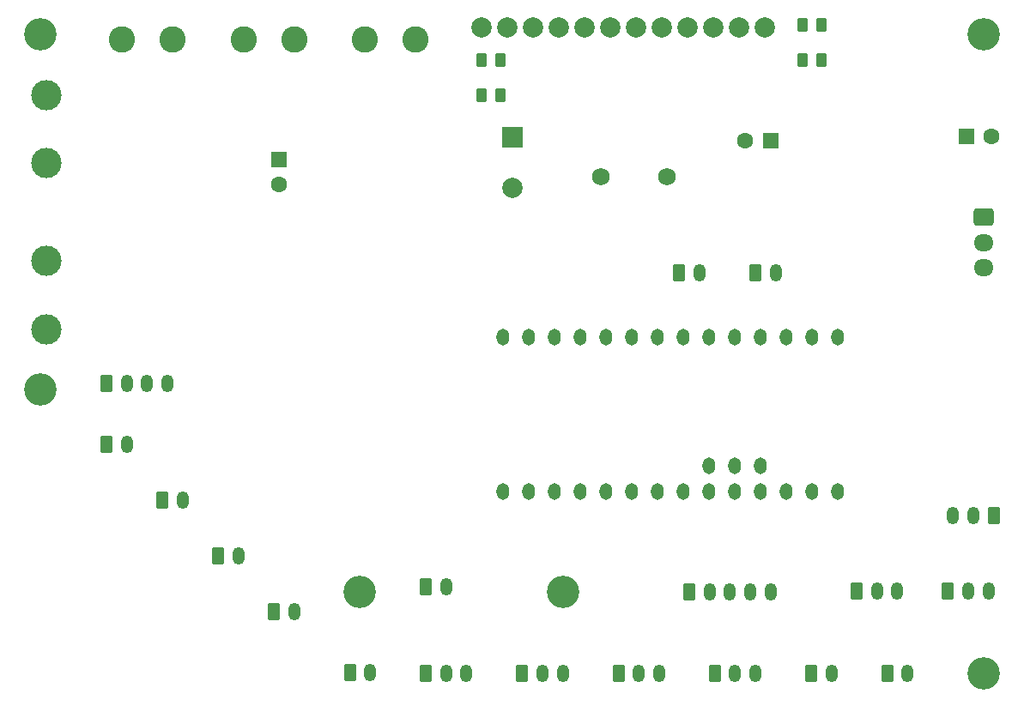
<source format=gbs>
G04 #@! TF.GenerationSoftware,KiCad,Pcbnew,6.0.10-86aedd382b~118~ubuntu20.04.1*
G04 #@! TF.CreationDate,2023-01-31T09:06:45-05:00*
G04 #@! TF.ProjectId,psu_control,7073755f-636f-46e7-9472-6f6c2e6b6963,rev?*
G04 #@! TF.SameCoordinates,Original*
G04 #@! TF.FileFunction,Soldermask,Bot*
G04 #@! TF.FilePolarity,Negative*
%FSLAX46Y46*%
G04 Gerber Fmt 4.6, Leading zero omitted, Abs format (unit mm)*
G04 Created by KiCad (PCBNEW 6.0.10-86aedd382b~118~ubuntu20.04.1) date 2023-01-31 09:06:45*
%MOMM*%
%LPD*%
G01*
G04 APERTURE LIST*
G04 Aperture macros list*
%AMRoundRect*
0 Rectangle with rounded corners*
0 $1 Rounding radius*
0 $2 $3 $4 $5 $6 $7 $8 $9 X,Y pos of 4 corners*
0 Add a 4 corners polygon primitive as box body*
4,1,4,$2,$3,$4,$5,$6,$7,$8,$9,$2,$3,0*
0 Add four circle primitives for the rounded corners*
1,1,$1+$1,$2,$3*
1,1,$1+$1,$4,$5*
1,1,$1+$1,$6,$7*
1,1,$1+$1,$8,$9*
0 Add four rect primitives between the rounded corners*
20,1,$1+$1,$2,$3,$4,$5,0*
20,1,$1+$1,$4,$5,$6,$7,0*
20,1,$1+$1,$6,$7,$8,$9,0*
20,1,$1+$1,$8,$9,$2,$3,0*%
G04 Aperture macros list end*
%ADD10R,2.000000X2.000000*%
%ADD11C,2.000000*%
%ADD12C,1.750000*%
%ADD13RoundRect,0.250000X-0.350000X-0.625000X0.350000X-0.625000X0.350000X0.625000X-0.350000X0.625000X0*%
%ADD14O,1.200000X1.750000*%
%ADD15R,1.600000X1.600000*%
%ADD16C,1.600000*%
%ADD17C,2.600000*%
%ADD18C,3.200000*%
%ADD19C,3.000000*%
%ADD20RoundRect,0.250000X0.350000X0.625000X-0.350000X0.625000X-0.350000X-0.625000X0.350000X-0.625000X0*%
%ADD21RoundRect,0.250000X-0.725000X0.600000X-0.725000X-0.600000X0.725000X-0.600000X0.725000X0.600000X0*%
%ADD22O,1.950000X1.700000*%
%ADD23O,1.270000X1.651000*%
%ADD24RoundRect,0.250000X-0.262500X-0.450000X0.262500X-0.450000X0.262500X0.450000X-0.262500X0.450000X0*%
%ADD25RoundRect,0.250000X0.262500X0.450000X-0.262500X0.450000X-0.262500X-0.450000X0.262500X-0.450000X0*%
G04 APERTURE END LIST*
D10*
X65000000Y-28632323D03*
D11*
X65000000Y-33632323D03*
D12*
X80250000Y-32500000D03*
X73750000Y-32500000D03*
D13*
X49000000Y-81450000D03*
D14*
X51000000Y-81450000D03*
D15*
X109817621Y-28500000D03*
D16*
X112317621Y-28500000D03*
D13*
X108000000Y-73450000D03*
D14*
X110000000Y-73450000D03*
X112000000Y-73450000D03*
D15*
X90500000Y-29000000D03*
D16*
X88000000Y-29000000D03*
D13*
X25000000Y-52950000D03*
D14*
X27000000Y-52950000D03*
X29000000Y-52950000D03*
X31000000Y-52950000D03*
D17*
X55500000Y-19000000D03*
X50500000Y-19000000D03*
D13*
X99000000Y-73450000D03*
D14*
X101000000Y-73450000D03*
X103000000Y-73450000D03*
D13*
X66000000Y-81500000D03*
D14*
X68000000Y-81500000D03*
X70000000Y-81500000D03*
D11*
X62030000Y-17750000D03*
X67110000Y-17750000D03*
X69650000Y-17750000D03*
X64570000Y-17750000D03*
X74730000Y-17750000D03*
X72190000Y-17750000D03*
X77270000Y-17750000D03*
X79810000Y-17750000D03*
X84890000Y-17750000D03*
X87430000Y-17750000D03*
X82350000Y-17750000D03*
X89970000Y-17750000D03*
D13*
X41500000Y-75450000D03*
D14*
X43500000Y-75450000D03*
D18*
X111500000Y-81500000D03*
X50000000Y-73500000D03*
D13*
X81500000Y-42000000D03*
D14*
X83500000Y-42000000D03*
D13*
X85000000Y-81500000D03*
D14*
X87000000Y-81500000D03*
X89000000Y-81500000D03*
D17*
X43500000Y-19000000D03*
X38500000Y-19000000D03*
X31500000Y-19000000D03*
X26500000Y-19000000D03*
D13*
X75500000Y-81500000D03*
D14*
X77500000Y-81500000D03*
X79500000Y-81500000D03*
D18*
X111500000Y-18500000D03*
D13*
X94500000Y-81500000D03*
D14*
X96500000Y-81500000D03*
D13*
X36000000Y-69950000D03*
D14*
X38000000Y-69950000D03*
D13*
X102000000Y-81500000D03*
D14*
X104000000Y-81500000D03*
D13*
X25000000Y-58950000D03*
D14*
X27000000Y-58950000D03*
D15*
X42000000Y-30817621D03*
D16*
X42000000Y-33317621D03*
D19*
X19100000Y-24445000D03*
X19100000Y-31205000D03*
X19100000Y-40795000D03*
X19100000Y-47555000D03*
D13*
X82500000Y-73500000D03*
D14*
X84500000Y-73500000D03*
X86500000Y-73500000D03*
X88500000Y-73500000D03*
X90500000Y-73500000D03*
D20*
X112500000Y-66000000D03*
D14*
X110500000Y-66000000D03*
X108500000Y-66000000D03*
D21*
X111525000Y-36500000D03*
D22*
X111525000Y-39000000D03*
X111525000Y-41500000D03*
D13*
X56500000Y-73000000D03*
D14*
X58500000Y-73000000D03*
D23*
X94580000Y-48380000D03*
X92040000Y-48380000D03*
X89500000Y-48380000D03*
X86960000Y-48380000D03*
X92040000Y-63620000D03*
X84420000Y-48380000D03*
X81880000Y-48380000D03*
X79340000Y-48380000D03*
X76800000Y-48380000D03*
X74260000Y-48380000D03*
X71720000Y-48380000D03*
X69180000Y-48380000D03*
X66640000Y-48380000D03*
X64100000Y-48380000D03*
X64100000Y-63620000D03*
X66640000Y-63620000D03*
X69180000Y-63620000D03*
X71720000Y-63620000D03*
X74260000Y-63620000D03*
X76800000Y-63620000D03*
X79340000Y-63620000D03*
X81880000Y-63620000D03*
X84420000Y-63620000D03*
X86960000Y-63620000D03*
X89500000Y-63620000D03*
X86960000Y-61080000D03*
X84420000Y-61080000D03*
X89500000Y-61080000D03*
X97120000Y-48380000D03*
X94580000Y-63620000D03*
X97120000Y-63620000D03*
D18*
X18500000Y-18500000D03*
D13*
X56500000Y-81500000D03*
D14*
X58500000Y-81500000D03*
X60500000Y-81500000D03*
D18*
X18500000Y-53500000D03*
D13*
X89000000Y-42000000D03*
D14*
X91000000Y-42000000D03*
D18*
X70000000Y-73500000D03*
D13*
X30500000Y-64450000D03*
D14*
X32500000Y-64450000D03*
D24*
X93675000Y-17500000D03*
X95500000Y-17500000D03*
D25*
X63825000Y-21000000D03*
X62000000Y-21000000D03*
X63825000Y-24500000D03*
X62000000Y-24500000D03*
D24*
X93675000Y-21000000D03*
X95500000Y-21000000D03*
M02*

</source>
